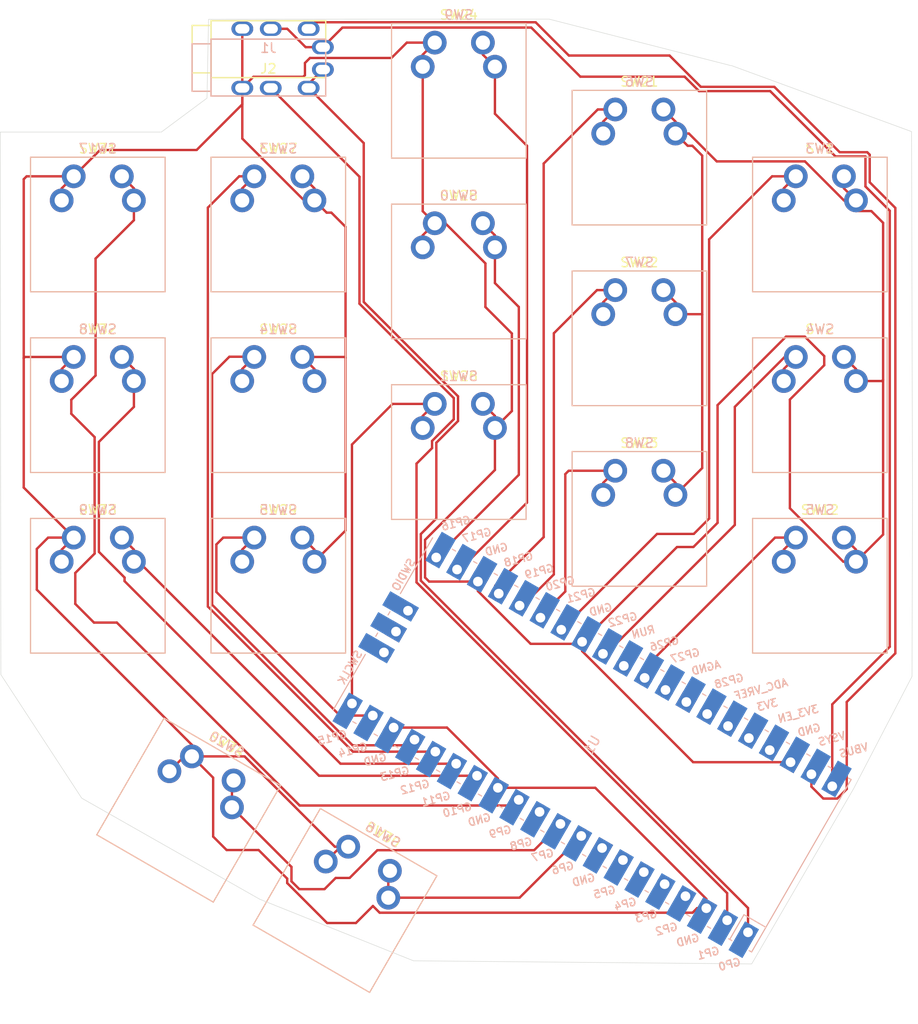
<source format=kicad_pcb>
(kicad_pcb (version 20221018) (generator pcbnew)
  (layers (0 "F.Cu" signal) (31 "B.Cu" signal) (34 "B.Paste" user) (35 "F.Paste" user) (36 "B.SilkS" user "B.Silkscreen") (37 "F.SilkS" user "F.Silkscreen") (38 "B.Mask" user) (39 "F.Mask" user) (44 "Edge.Cuts" user))
  (net 0 "")
  (net 1 "9")
  (net 2 "10")
  (net 3 "11")
  (net 4 "13")
  (net 5 "16")
  (net 6 "17")
  (net 7 "18")
  (net 8 "19")
  (net 9 "20")
  (net 10 "27")
  (net 11 "28")
  (net 12 "21")
  (net 13 "22")
  (net 14 "26")
  (net 15 "GND")
  (net 16 "3v3")
  (net 25 "0")
  (net 26 "1")
  (net 27 "3")
  (net 28 "4")
  (net 29 "6")
  (net 30 "7")
  (net 31 "8")
  (net 32 "5")
  (net 33 "2")
  (net 35 "15")
  (net 36 "14")
  (net 37 "12")
  (net 38 "VSYS")
  (footprint "ScottoKeebs_MX:MX_PCB_1.00u" (layer "F.Cu") (at 188.325 74.667944)
    (fp_text reference "SW2")
    (fp_text value "CherryMX")
  )
  (footprint "ScottoKeebs_MX:MX_PCB_1.00u" (layer "F.Cu") (at 121.714573 117.382511 -30)
    (fp_text reference "SW34")
    (fp_text value "CherryMX")
  )
  (footprint "ScottoKeebs_MX:MX_PCB_1.00u" (layer "F.Cu") (at 131.175 93.717944)
    (fp_text reference "SW29")
    (fp_text value "CherryMX")
  )
  (footprint "ScottoKeebs_MX:MX_PCB_1.00u" (layer "F.Cu") (at 150.225 79.617944)
    (fp_text reference "SW26")
    (fp_text value "CherryMX")
  )
  (footprint "ScottoKeebs_MX:MX_PCB_1.00u" (layer "F.Cu") (at 131.175 55.617944)
    (fp_text reference "SW27")
    (fp_text value "CherryMX")
  )
  (footprint "ScottoKeebs_MX:MX_PCB_1.00u" (layer "F.Cu") (at 169.275 67.617944)
    (fp_text reference "SW22")
    (fp_text value "CherryMX")
  )
  (footprint "ScottoKeebs_MX:MX_PCB_1.00u" (layer "F.Cu") (at 112.125 93.717944)
    (fp_text reference "SW33")
    (fp_text value "CherryMX")
  )
  (footprint "ScottoKeebs_MX:MX_PCB_1.00u" (layer "F.Cu") (at 131.175 74.667944)
    (fp_text reference "SW28")
    (fp_text value "CherryMX")
  )
  (footprint "ScottoKeebs_MX:MX_PCB_1.00u" (layer "F.Cu") (at 150.225 41.517944)
    (fp_text reference "SW24")
    (fp_text value "CherryMX")
  )
  (footprint "ScottoKeebs_MX:MX_PCB_1.00u" (layer "F.Cu") (at 169.275 86.667944)
    (fp_text reference "SW23")
    (fp_text value "CherryMX")
  )
  (footprint "ScottoKeebs_MX:MX_PCB_1.00u" (layer "F.Cu") (at 112.125 55.617944)
    (fp_text reference "SW31")
    (fp_text value "CherryMX")
  )
  (footprint "ScottoKeebs_MX:MX_PCB_1.00u" (layer "F.Cu") (at 112.125 74.667944)
    (fp_text reference "SW32")
    (fp_text value "CherryMX")
  )
  (footprint "ScottoKeebs_MX:MX_PCB_1.00u" (layer "F.Cu") (at 188.325 93.717944)
    (fp_text reference "SW12")
    (fp_text value "CherryMX")
  )
  (footprint "MJ-4PP-9:MJ-4PP-9" (layer "F.Cu") (at 130.13 37.08)
    (fp_text reference "J2")
    (fp_text value "MJ-4PP-9")
  )
  (footprint "ScottoKeebs_MX:MX_PCB_1.00u" (layer "F.Cu") (at 138.212357 126.907511 -30)
    (fp_text reference "SW30")
    (fp_text value "CherryMX")
  )
  (footprint "ScottoKeebs_MX:MX_PCB_1.00u" (layer "F.Cu") (at 150.225 60.567944)
    (fp_text reference "SW25")
    (fp_text value "CherryMX")
  )
  (footprint "ScottoKeebs_MX:MX_PCB_1.00u" (layer "F.Cu") (at 188.325 55.617944)
    (fp_text reference "SW1")
    (fp_text value "CherryMX")
  )
  (footprint "ScottoKeebs_MX:MX_PCB_1.00u" (layer "F.Cu") (at 169.275 48.567944)
    (fp_text reference "SW21")
    (fp_text value "CherryMX")
  )
  (footprint "MJ-4PP-9:MJ-4PP-9" (layer "B.Cu") (at 130.125 39.117944)
    (fp_text reference "J1")
    (fp_text value "MJ-4PP-9")
  )
  (footprint "ScottoKeebs_MX:MX_PCB_1.00u" (layer "B.Cu") (at 188.325 55.617944 180)
    (fp_text reference "SW3")
    (fp_text value "CherryMX")
  )
  (footprint "ScottoKeebs_MX:MX_PCB_1.00u" (layer "B.Cu") (at 188.325 74.667944 180)
    (fp_text reference "SW4")
    (fp_text value "CherryMX")
  )
  (footprint "ScottoKeebs_MX:MX_PCB_1.00u" (layer "B.Cu") (at 188.325 93.717944 180)
    (fp_text reference "SW5")
    (fp_text value "CherryMX")
  )
  (footprint "ScottoKeebs_MX:MX_PCB_1.00u" (layer "B.Cu") (at 169.275 48.567944 180)
    (fp_text reference "SW6")
    (fp_text value "CherryMX")
  )
  (footprint "ScottoKeebs_MX:MX_PCB_1.00u" (layer "B.Cu") (at 169.275 67.617944 180)
    (fp_text reference "SW7")
    (fp_text value "CherryMX")
  )
  (footprint "ScottoKeebs_MX:MX_PCB_1.00u" (layer "B.Cu") (at 169.275 86.667944 180)
    (fp_text reference "SW8")
    (fp_text value "CherryMX")
  )
  (footprint "ScottoKeebs_MX:MX_PCB_1.00u" (layer "B.Cu") (at 150.225 41.517944 180)
    (fp_text reference "SW9")
    (fp_text value "CherryMX")
  )
  (footprint "ScottoKeebs_MX:MX_PCB_1.00u" (layer "B.Cu") (at 150.225 60.567944 180)
    (fp_text reference "SW10")
    (fp_text value "CherryMX")
  )
  (footprint "ScottoKeebs_MX:MX_PCB_1.00u" (layer "B.Cu") (at 150.225 79.617944 180)
    (fp_text reference "SW11")
    (fp_text value "CherryMX")
  )
  (footprint "ScottoKeebs_MX:MX_PCB_1.00u" (layer "B.Cu") (at 131.175 55.617944 180)
    (fp_text reference "SW13")
    (fp_text value "CherryMX")
  )
  (footprint "ScottoKeebs_MX:MX_PCB_1.00u" (layer "B.Cu") (at 131.175 74.667944 180)
    (fp_text reference "SW14")
    (fp_text value "CherryMX")
  )
  (footprint "ScottoKeebs_MX:MX_PCB_1.00u" (layer "B.Cu") (at 131.175 93.717944 180)
    (fp_text reference "SW15")
    (fp_text value "CherryMX")
  )
  (footprint "ScottoKeebs_MX:MX_PCB_1.00u" (layer "B.Cu") (at 138.212357 126.907511 150)
    (fp_text reference "SW16")
    (fp_text value "CherryMX")
  )
  (footprint "ScottoKeebs_MX:MX_PCB_1.00u" (layer "B.Cu") (at 112.125 55.617944 180)
    (fp_text reference "SW17")
    (fp_text value "CherryMX")
  )
  (footprint "ScottoKeebs_MX:MX_PCB_1.00u" (layer "B.Cu") (at 112.125 74.667944 180)
    (fp_text reference "SW18")
    (fp_text value "CherryMX")
  )
  (footprint "ScottoKeebs_MX:MX_PCB_1.00u" (layer "B.Cu") (at 112.125 93.717944 180)
    (fp_text reference "SW19")
    (fp_text value "CherryMX")
  )
  (footprint "ScottoKeebs_MX:MX_PCB_1.00u" (layer "B.Cu") (at 121.714573 117.382511 150)
    (fp_text reference "SW20")
    (fp_text value "CherryMX")
  )
  (footprint "MCU_RaspberryPi_and_Boards:RPi_Pico_SMD_TH" (layer "B.Cu") (at 164.29 110.5 60)
    (fp_text reference "U1")
    (fp_text value "Pico")
  )
  (gr_poly (pts (xy 198 45.82) (xy 179 38.86) (xy 178.93 38.86) (xy 159.76 33.962944) (xy 140.76 33.962944) (xy 123.81 33.98) (xy 123.65 42.292944) (xy 118.83 45.872944) (xy 101.83 45.872944) (xy 101.9 103.092944) (xy 110.43 116.12) (xy 129.22 126.78) (xy 145.44 133.27) (xy 181.13 133.6) (xy 191.9 115.092944) (xy 198.05 103.28) (xy 198.1 84.36)) (stroke (width 0.05)) (fill none) (layer "Edge.Cuts"))
  (segment (start 109.75 92.366396) (end 111.79 90.326396) (width 0.25) (layer "F.Cu") (net 1))
  (segment (start 115.935 55.166701) (end 115.935 53.077944) (width 0.25) (layer "F.Cu") (net 1))
  (segment (start 111.89 59.211701) (end 115.935 55.166701) (width 0.25) (layer "F.Cu") (net 1))
  (segment (start 109.33 75.58) (end 109.33 74.104187) (width 0.25) (layer "F.Cu") (net 1))
  (segment (start 111.72 97.6) (end 109.75 95.63) (width 0.25) (layer "F.Cu") (net 1))
  (segment (start 111.79 90.326396) (end 111.79 78.04) (width 0.25) (layer "F.Cu") (net 1))
  (segment (start 115.935 53.077944) (end 115.935 51.807944) (width 0.25) (layer "F.Cu") (net 1))
  (segment (start 115.935 51.807944) (end 114.665 50.537944) (width 0.25) (layer "F.Cu") (net 1))
  (segment (start 155.946875 116.892534) (end 133.428776 116.892534) (width 0.25) (layer "F.Cu") (net 1))
  (segment (start 109.75 95.63) (end 109.75 92.366396) (width 0.25) (layer "F.Cu") (net 1))
  (segment (start 133.428776 116.892534) (end 114.136242 97.6) (width 0.25) (layer "F.Cu") (net 1))
  (segment (start 111.79 78.04) (end 109.33 75.58) (width 0.25) (layer "F.Cu") (net 1))
  (segment (start 109.33 74.104187) (end 111.89 71.544187) (width 0.25) (layer "F.Cu") (net 1))
  (segment (start 111.89 71.544187) (end 111.89 59.211701) (width 0.25) (layer "F.Cu") (net 1))
  (segment (start 114.136242 97.6) (end 111.72 97.6) (width 0.25) (layer "F.Cu") (net 1))
  (segment (start 156.545443 116.293966) (end 155.946875 116.892534) (width 0.25) (layer "F.Cu") (net 1))
  (segment (start 112.24 90.14) (end 112.24 78.548097) (width 0.25) (layer "F.Cu") (net 2))
  (segment (start 115.935 72.127944) (end 115.935 70.857944) (width 0.25) (layer "F.Cu") (net 2))
  (segment (start 115.935 74.853097) (end 115.935 72.127944) (width 0.25) (layer "F.Cu") (net 2))
  (segment (start 114.95 92.85) (end 112.24 90.14) (width 0.25) (layer "F.Cu") (net 2))
  (segment (start 114.95 93.230711) (end 114.95 92.85) (width 0.25) (layer "F.Cu") (net 2))
  (segment (start 112.24 78.548097) (end 115.935 74.853097) (width 0.25) (layer "F.Cu") (net 2))
  (segment (start 115.935 70.857944) (end 114.665 69.587944) (width 0.25) (layer "F.Cu") (net 2))
  (segment (start 152.146034 113.753966) (end 135.473255 113.753966) (width 0.25) (layer "F.Cu") (net 2))
  (segment (start 135.473255 113.753966) (end 114.95 93.230711) (width 0.25) (layer "F.Cu") (net 2))
  (segment (start 116.432767 91.177944) (end 115.935 91.177944) (width 0.25) (layer "F.Cu") (net 3))
  (segment (start 137.738789 112.483966) (end 116.432767 91.177944) (width 0.25) (layer "F.Cu") (net 3))
  (segment (start 115.935 91.177944) (end 115.935 89.907944) (width 0.25) (layer "F.Cu") (net 3))
  (segment (start 115.935 89.907944) (end 114.665 88.637944) (width 0.25) (layer "F.Cu") (net 3))
  (segment (start 149.94633 112.483966) (end 137.738789 112.483966) (width 0.25) (layer "F.Cu") (net 3))
  (segment (start 124.19 71.382944) (end 126.01 69.562944) (width 0.25) (layer "F.Cu") (net 4))
  (segment (start 127.365 72.127944) (end 127.365 70.857944) (width 0.25) (layer "F.Cu") (net 4))
  (segment (start 145.546921 109.943966) (end 144.948353 110.542534) (width 0.25) (layer "F.Cu") (net 4))
  (segment (start 127.365 70.857944) (end 128.635 69.587944) (width 0.25) (layer "F.Cu") (net 4))
  (segment (start 128.61 69.562944) (end 128.635 69.587944) (width 0.25) (layer "F.Cu") (net 4))
  (segment (start 139.012534 110.542534) (end 124.19 95.72) (width 0.25) (layer "F.Cu") (net 4))
  (segment (start 126.01 69.562944) (end 128.61 69.562944) (width 0.25) (layer "F.Cu") (net 4))
  (segment (start 124.19 95.72) (end 124.19 71.382944) (width 0.25) (layer "F.Cu") (net 4))
  (segment (start 144.948353 110.542534) (end 139.012534 110.542534) (width 0.25) (layer "F.Cu") (net 4))
  (segment (start 147.837807 90.736034) (end 156.555 82.018841) (width 0.25) (layer "F.Cu") (net 5))
  (segment (start 154.035 58.027944) (end 154.035 56.757944) (width 0.25) (layer "F.Cu") (net 5))
  (segment (start 154.035 56.757944) (end 152.765 55.487944) (width 0.25) (layer "F.Cu") (net 5))
  (segment (start 154.035 61.795) (end 154.035 58.027944) (width 0.25) (layer "F.Cu") (net 5))
  (segment (start 156.555 82.018841) (end 156.555 64.315) (width 0.25) (layer "F.Cu") (net 5))
  (segment (start 156.555 64.315) (end 154.035 61.795) (width 0.25) (layer "F.Cu") (net 5))
  (segment (start 157.42 84.944486) (end 157.42 47.321701) (width 0.25) (layer "F.Cu") (net 6))
  (segment (start 154.035 38.977944) (end 152.765 37.707944) (width 0.25) (layer "F.Cu") (net 6))
  (segment (start 152.765 37.707944) (end 152.765 36.887944) (width 0.25) (layer "F.Cu") (net 6))
  (segment (start 150.358452 92.006034) (end 157.42 84.944486) (width 0.25) (layer "F.Cu") (net 6))
  (segment (start 154.035 43.936701) (end 154.035 38.977944) (width 0.25) (layer "F.Cu") (net 6))
  (segment (start 150.037512 92.006034) (end 150.358452 92.006034) (width 0.25) (layer "F.Cu") (net 6))
  (segment (start 157.42 47.321701) (end 154.035 43.936701) (width 0.25) (layer "F.Cu") (net 6))
  (segment (start 154.07 93.696053) (end 159.18 88.586053) (width 0.25) (layer "F.Cu") (net 7))
  (segment (start 164.885 43.487944) (end 166.735 43.487944) (width 0.25) (layer "F.Cu") (net 7))
  (segment (start 154.07 94.179113) (end 154.07 93.696053) (width 0.25) (layer "F.Cu") (net 7))
  (segment (start 159.18 88.586053) (end 159.18 49.192944) (width 0.25) (layer "F.Cu") (net 7))
  (segment (start 154.436921 94.546034) (end 154.07 94.179113) (width 0.25) (layer "F.Cu") (net 7))
  (segment (start 159.18 49.192944) (end 164.885 43.487944) (width 0.25) (layer "F.Cu") (net 7))
  (segment (start 165.465 46.027944) (end 165.465 44.757944) (width 0.25) (layer "F.Cu") (net 7))
  (segment (start 165.465 44.757944) (end 166.735 43.487944) (width 0.25) (layer "F.Cu") (net 7))
  (segment (start 165.465 63.807944) (end 166.735 62.537944) (width 0.25) (layer "F.Cu") (net 8))
  (segment (start 156.957565 95.816034) (end 160.25 92.523599) (width 0.25) (layer "F.Cu") (net 8))
  (segment (start 160.25 92.523599) (end 160.25 67.092944) (width 0.25) (layer "F.Cu") (net 8))
  (segment (start 165.465 65.077944) (end 165.465 63.807944) (width 0.25) (layer "F.Cu") (net 8))
  (segment (start 164.805 62.537944) (end 166.735 62.537944) (width 0.25) (layer "F.Cu") (net 8))
  (segment (start 160.25 67.092944) (end 164.805 62.537944) (width 0.25) (layer "F.Cu") (net 8))
  (segment (start 156.636625 95.816034) (end 156.957565 95.816034) (width 0.25) (layer "F.Cu") (net 8))
  (segment (start 158.83633 97.086034) (end 158.83633 96.94367) (width 0.25) (layer "F.Cu") (net 9))
  (segment (start 165.465 82.857944) (end 166.735 81.587944) (width 0.25) (layer "F.Cu") (net 9))
  (segment (start 165.465 84.127944) (end 165.465 82.857944) (width 0.25) (layer "F.Cu") (net 9))
  (segment (start 161.46 94.32) (end 161.46 81.942944) (width 0.25) (layer "F.Cu") (net 9))
  (segment (start 161.815 81.587944) (end 166.735 81.587944) (width 0.25) (layer "F.Cu") (net 9))
  (segment (start 161.46 81.942944) (end 161.815 81.587944) (width 0.25) (layer "F.Cu") (net 9))
  (segment (start 158.83633 96.94367) (end 161.46 94.32) (width 0.25) (layer "F.Cu") (net 9))
  (segment (start 176.64 86.63) (end 176.64 57.182944) (width 0.25) (layer "F.Cu") (net 12))
  (segment (start 184.515 53.077944) (end 184.515 51.807944) (width 0.25) (layer "F.Cu") (net 12))
  (segment (start 176.64 57.182944) (end 183.285 50.537944) (width 0.25) (layer "F.Cu") (net 12))
  (segment (start 184.515 51.807944) (end 185.785 50.537944) (width 0.25) (layer "F.Cu") (net 12))
  (segment (start 161.036034 98.356034) (end 171.142068 88.25) (width 0.25) (layer "F.Cu") (net 12))
  (segment (start 183.285 50.537944) (end 185.785 50.537944) (width 0.25) (layer "F.Cu") (net 12))
  (segment (start 171.142068 88.25) (end 175.02 88.25) (width 0.25) (layer "F.Cu") (net 12))
  (segment (start 175.02 88.25) (end 176.64 86.63) (width 0.25) (layer "F.Cu") (net 12))
  (segment (start 184.515 72.127944) (end 184.515 70.857944) (width 0.25) (layer "F.Cu") (net 13))
  (segment (start 184.515 70.857944) (end 185.785 69.587944) (width 0.25) (layer "F.Cu") (net 13))
  (segment (start 165.756383 100.896034) (end 165.435443 100.896034) (width 0.25) (layer "F.Cu") (net 13))
  (segment (start 184.612056 69.587944) (end 179.35 74.85) (width 0.25) (layer "F.Cu") (net 13))
  (segment (start 179.35 87.302417) (end 165.756383 100.896034) (width 0.25) (layer "F.Cu") (net 13))
  (segment (start 185.785 69.587944) (end 184.612056 69.587944) (width 0.25) (layer "F.Cu") (net 13))
  (segment (start 179.35 74.85) (end 179.35 87.302417) (width 0.25) (layer "F.Cu") (net 13))
  (segment (start 169.834852 102.398092) (end 169.834852 103.436034) (width 0.25) (layer "F.Cu") (net 14))
  (segment (start 184.515 91.177944) (end 184.515 89.907944) (width 0.25) (layer "F.Cu") (net 14))
  (segment (start 185.785 88.637944) (end 183.595 88.637944) (width 0.25) (layer "F.Cu") (net 14))
  (segment (start 183.595 88.637944) (end 169.834852 102.398092) (width 0.25) (layer "F.Cu") (net 14))
  (segment (start 184.515 89.907944) (end 185.785 88.637944) (width 0.25) (layer "F.Cu") (net 14))
  (segment (start 108.315 89.907944) (end 109.585 88.637944) (width 0.25) (layer "F.Cu") (net 15))
  (segment (start 163.253966 99.626034) (end 163.235739 99.626034) (width 0.25) (layer "F.Cu") (net 15))
  (segment (start 128.55 40.042944) (end 133.812789 40.042944) (width 0.25) (layer "F.Cu") (net 15))
  (segment (start 129.099846 121.59) (end 125.72 121.59) (width 0.25) (layer "F.Cu") (net 15))
  (segment (start 192.135 91.177944) (end 192.135 89.907944) (width 0.25) (layer "F.Cu") (net 15))
  (segment (start 173.085 46.027944) (end 173.085 44.757944) (width 0.25) (layer "F.Cu") (net 15))
  (segment (start 108.315 53.077944) (end 108.315 51.807944) (width 0.25) (layer "F.Cu") (net 15))
  (segment (start 190.865 53.077944) (end 192.135 53.077944) (width 0.25) (layer "F.Cu") (net 15))
  (segment (start 163.235739 99.626034) (end 163.019618 99.842155) (width 0.25) (layer "F.Cu") (net 15))
  (segment (start 104.31 83.362944) (end 109.585 88.637944) (width 0.25) (layer "F.Cu") (net 15))
  (segment (start 188.785 70.457944) (end 188.785 69.495) (width 0.25) (layer "F.Cu") (net 15))
  (segment (start 106.885 88.637944) (end 105.69 89.832944) (width 0.25) (layer "F.Cu") (net 15))
  (segment (start 154.035 81.505) (end 146.662807 88.877193) (width 0.25) (layer "F.Cu") (net 15))
  (segment (start 121.24972 111.713102) (end 122.054868 111.713102) (width 0.25) (layer "F.Cu") (net 15))
  (segment (start 175.865 65.077944) (end 175.91 65.122944) (width 0.25) (layer "F.Cu") (net 15))
  (segment (start 190.865 50.537944) (end 190.865 51.807944) (width 0.25) (layer "F.Cu") (net 15))
  (segment (start 134.985 70.857944) (end 133.715 69.587944) (width 0.25) (layer "F.Cu") (net 15))
  (segment (start 154.035 77.077944) (end 154.035 75.807944) (width 0.25) (layer "F.Cu") (net 15))
  (segment (start 173.085 65.077944) (end 173.085 63.807944) (width 0.25) (layer "F.Cu") (net 15))
  (segment (start 119.685016 113.277806) (end 121.24972 111.713102) (width 0.25) (layer "F.Cu") (net 15))
  (segment (start 176.342784 127.723966) (end 175.361288 127.723966) (width 0.25) (layer "F.Cu") (net 15))
  (segment (start 154.035 77.077944) (end 154.035 81.505) (width 0.25) (layer "F.Cu") (net 15))
  (segment (start 146.662807 88.877193) (end 146.662807 92.846411) (width 0.25) (layer "F.Cu") (net 15))
  (segment (start 146.415 58.027944) (end 146.415 56.757944) (width 0.25) (layer "F.Cu") (net 15))
  (segment (start 195 72.002944) (end 195 88.312944) (width 0.25) (layer "F.Cu") (net 15))
  (segment (start 105.69 94.130711) (end 122.054868 110.495579) (width 0.25) (layer "F.Cu") (net 15))
  (segment (start 104.425 69.587944) (end 104.31 69.702944) (width 0.25) (layer "F.Cu") (net 15))
  (segment (start 134.985 53.077944) (end 136.275 54.367944) (width 0.25) (layer "F.Cu") (net 15))
  (segment (start 134.985 51.807944) (end 133.715 50.537944) (width 0.25) (layer "F.Cu") (net 15))
  (segment (start 133.985965 38.586119) (end 134.515965 38.056119) (width 0.25) (layer "F.Cu") (net 15))
  (segment (start 146.662807 92.846411) (end 147.09243 93.276034) (width 0.25) (layer "F.Cu") (net 15))
  (segment (start 173.085 63.807944) (end 171.815 62.537944) (width 0.25) (layer "F.Cu") (net 15))
  (segment (start 146.415 56.757944) (end 147.685 55.487944) (width 0.25) (layer "F.Cu") (net 15))
  (segment (start 109.585 50.537944) (end 104.615 50.537944) (width 0.25) (layer "F.Cu") (net 15))
  (segment (start 133.895 53.077944) (end 127.375 46.557944) (width 0.25) (layer "F.Cu") (net 15))
  (segment (start 163.235739 100.60753) (end 163.235739 99.626034) (width 0.25) (layer "F.Cu") (net 15))
  (segment (start 193.757767 54.202944) (end 195 55.445177) (width 0.25) (layer "F.Cu") (net 15))
  (segment (start 173.25 89.63) (end 163.253966 99.626034) (width 0.25) (layer "F.Cu") (net 15))
  (segment (start 109.585 88.637944) (end 106.885 88.637944) (width 0.25) (layer "F.Cu") (net 15))
  (segment (start 127.375 41.217944) (end 127.375 42.943858) (width 0.25) (layer "F.Cu") (net 15))
  (segment (start 138.27 87.892944) (end 134.985 91.177944) (width 0.25) (layer "F.Cu") (net 15))
  (segment (start 154.345739 115.023966) (end 154.345739 114.04247) (width 0.25) (layer "F.Cu") (net 15))
  (segment (start 108.315 91.177944) (end 108.315 89.907944) (width 0.25) (layer "F.Cu") (net 15))
  (segment (start 163.019618 99.842155) (end 157.801179 99.842155) (width 0.25) (layer "F.Cu") (net 15))
  (segment (start 186.73 67.44) (end 184.756548 67.44) (width 0.25) (layer "F.Cu") (net 15))
  (segment (start 155.82 75.292944) (end 155.82 67.11) (width 0.25) (layer "F.Cu") (net 15))
  (segment (start 127.612948 111.713102) (end 122.054868 111.713102) (width 0.25) (layer "F.Cu") (net 15))
  (segment (start 136.1828 122.802806) (end 137.747504 121.238102) (width 0.25) (layer "F.Cu") (net 15))
  (segment (start 143.116825 38.056119) (end 144.735 36.437944) (width 0.25) (layer "F.Cu") (net 15))
  (segment (start 112.36 47.762944) (end 109.585 50.537944) (width 0.25) (layer "F.Cu") (net 15))
  (segment (start 184.756548 67.44) (end 177.53 74.666548) (width 0.25) (layer "F.Cu") (net 15))
  (segment (start 192.135 54.202944) (end 193.757767 54.202944) (width 0.25) (layer "F.Cu") (net 15))
  (segment (start 104.615 50.537944) (end 104.31 50.842944) (width 0.25) (layer "F.Cu") (net 15))
  (segment (start 174.375 47.317944) (end 174.872767 47.317944) (width 0.25) (layer "F.Cu") (net 15))
  (segment (start 173.085 65.077944) (end 175.865 65.077944) (width 0.25) (layer "F.Cu") (net 15))
  (segment (start 125.72 121.59) (end 124.3 120.17) (width 0.25) (layer "F.Cu") (net 15))
  (segment (start 134.985 53.077944) (end 134.985 51.807944) (width 0.25) (layer "F.Cu") (net 15))
  (segment (start 175.361288 127.723966) (end 174.887743 128.197511) (width 0.25) (layer "F.Cu") (net 15))
  (segment (start 195 88.312944) (end 192.135 91.177944) (width 0.25) (layer "F.Cu") (net 15))
  (segment (start 148.977235 108.673966) (end 143.347216 108.673966) (width 0.25) (layer "F.Cu") (net 15))
  (segment (start 104.31 69.702944) (end 104.31 83.362944) (width 0.25) (layer "F.Cu") (net 15))
  (segment (start 190.865 51.807944) (end 192.135 53.077944) (width 0.25) (layer "F.Cu") (net 15))
  (segment (start 136.772767 54.367944) (end 138.27 55.865177) (width 0.25) (layer "F.Cu") (net 15))
  (segment (start 146.415 37.707944) (end 146.415 54.217944) (width 0.25) (layer "F.Cu") (net 15))
  (segment (start 192.135 89.907944) (end 190.865 88.637944) (width 0.25) (layer "F.Cu") (net 15))
  (segment (start 185.232784 112.326034) (end 174.954243 112.326034) (width 0.25) (layer "F.Cu") (net 15))
  (segment (start 147.685 36.437944) (end 146.415 37.707944) (width 0.25) (layer "F.Cu") (net 15))
  (segment (start 164.62428 115.023966) (end 154.345739 115.023966) (width 0.25) (layer "F.Cu") (net 15))
  (segment (start 136.323785 129.282511) (end 132.112948 125.071674) (width 0.25) (layer "F.Cu") (net 15))
  (segment (start 134.985 72.127944) (end 134.985 70.857944) (width 0.25) (layer "F.Cu") (net 15))
  (segment (start 109.585 69.587944) (end 104.425 69.587944) (width 0.25) (layer "F.Cu") (net 15))
  (segment (start 175.91 81.302944) (end 173.085 84.127944) (width 0.25) (layer "F.Cu") (net 15))
  (segment (start 127.375 42.943858) (end 122.555914 47.762944) (width 0.25) (layer "F.Cu") (net 15))
  (segment (start 174.872767 47.317944) (end 175.91 48.355177) (width 0.25) (layer "F.Cu") (net 15))
  (segment (start 174.887743 128.197511) (end 141.867511 128.197511) (width 0.25) (layer "F.Cu") (net 15))
  (segment (start 188.785 69.495) (end 186.73 67.44) (width 0.25) (layer "F.Cu") (net 15))
  (segment (start 173.085 84.127944) (end 173.085 82.857944) (width 0.25) (layer "F.Cu") (net 15))
  (segment (start 124.3 120.17) (end 124.3 113.958234) (width 0.25) (layer "F.Cu") (net 15))
  (segment (start 139.367489 129.282511) (end 136.323785 129.282511) (width 0.25) (layer "F.Cu") (net 15))
  (segment (start 133.985965 39.869768) (end 133.985965 38.586119) (width 0.25) (layer "F.Cu") (net 15))
  (segment (start 177.53 87.08) (end 174.98 89.63) (width 0.25) (layer "F.Cu") (net 15))
  (segment (start 127.375 41.217944) (end 127.375 34.985) (width 0.25) (layer "F.Cu") (net 15))
  (segment (start 138.552652 121.238102) (end 137.137948 121.238102) (width 0.25) (layer "F.Cu") (net 15))
  (segment (start 144.735 36.437944) (end 147.685 36.437944) (width 0.25) (layer "F.Cu") (net 15))
  (segment (start 141.16 127.49) (end 139.367489 129.282511) (width 0.25) (layer "F.Cu") (net 15))
  (segment (start 176.342784 126.74247) (end 164.62428 115.023966) (width 0.25) (layer "F.Cu") (net 15))
  (segment (start 192.135 72.127944) (end 192.135 70.857944) (width 0.25) (layer "F.Cu") (net 15))
  (segment (start 177.44 48.962944) (end 186.75 48.962944) (width 0.25) (layer "F.Cu") (net 15))
  (segment (start 192.135 72.127944) (end 194.875 72.127944) (width 0.25) (layer "F.Cu") (net 15))
  (segment (start 141.867511 128.197511) (end 141.16 127.49) (width 0.25) (layer "F.Cu") (net 15))
  (segment (start 185.16066 74.082284) (end 188.785 70.457944) (width 0.25) (layer "F.Cu") (net 15))
  (segment (start 133.715 69.587944) (end 138.185 69.587944) (width 0.25) (layer "F.Cu") (net 15))
  (segment (start 153.03 64.32) (end 153.03 59.72) (width 0.25) (layer "F.Cu") (net 15))
  (segment (start 127.375 41.217944) (end 128.55 40.042944) (width 0.25) (layer "F.Cu") (net 15))
  (segment (start 108.315 51.807944) (end 109.585 50.537944) (width 0.25) (layer "F.Cu") (net 15))
  (segment (start 195 55.445177) (end 195 72.002944) (width 0.25) (layer "F.Cu") (net 15))
  (segment (start 138.27 55.865177) (end 138.27 69.672944) (width 0.25) (layer "F.Cu") (net 15))
  (segment (start 190.795 91.177944) (end 185.16066 85.543604) (width 0.25) (layer "F.Cu") (net 15))
  (segment (start 124.3 113.958234) (end 122.054868 111.713102) (width 0.25) (layer "F.Cu") (net 15))
  (segment (start 134.515965 38.056119) (end 143.116825 38.056119) (width 0.25) (layer "F.Cu") (net 15))
  (segment (start 134.985 89.907944) (end 133.715 88.637944) (width 0.25) (layer "F.Cu") (net 15))
  (segment (start 137.747504 121.238102) (end 138.552652 121.238102) (width 0.25) (layer "F.Cu") (net 15))
  (segment (start 192.135 53.077944) (end 192.135 54.202944) (width 0.25) (layer "F.Cu") (net 15))
  (segment (start 147.09243 93.276034) (end 152.237216 93.276034) (width 0.25) (layer "F.Cu") (net 15))
  (segment (start 153.03 59.72) (end 148.797944 55.487944) (width 0.25) (layer "F.Cu") (net 15))
  (segment (start 138.27 69.672944) (end 138.27 87.892944) (width 0.25) (layer "F.Cu") (net 15))
  (segment (start 132.112948 124.603102) (end 129.099846 121.59) (width 0.25) (layer "F.Cu") (net 15))
  (segment (start 157.801179 99.842155) (end 152.237216 94.278192) (width 0.25) (layer "F.Cu") (net 15))
  (segment (start 192.135 91.177944) (end 190.795 91.177944) (width 0.25) (layer "F.Cu") (net 15))
  (segment (start 154.035 77.077944) (end 155.82 75.292944) (width 0.25) (layer "F.Cu") (net 15))
  (segment (start 154.345739 114.04247) (end 148.977235 108.673966) (width 0.25) (layer "F.Cu") (net 15))
  (segment (start 185.16066 85.543604) (end 185.16066 74.082284) (width 0.25) (layer "F.Cu") (net 15))
  (segment (start 148.797944 55.487944) (end 147.685 55.487944) (width 0.25) (layer "F.Cu") (net 15))
  (segment (start 127.375 34.985) (end 127.38 34.98) (width 0.25) (layer "F.Cu") (net 15))
  (segment (start 136.275 54.367944) (end 136.772767 54.367944) (width 0.25) (layer "F.Cu") (net 15))
  (segment (start 174.954243 112.326034) (end 163.235739 100.60753) (width 0.25) (layer "F.Cu") (net 15))
  (segment (start 174.505 46.027944) (end 177.44 48.962944) (width 0.25) (layer "F.Cu") (net 15))
  (segment (start 122.555914 47.762944) (end 112.36 47.762944) (width 0.25) (layer "F.Cu") (net 15))
  (segment (start 194.875 72.127944) (end 195 72.002944) (width 0.25) (layer "F.Cu") (net 15))
  (segment (start 134.985 53.077944) (end 133.895 53.077944) (width 0.25) (layer "F.Cu") (net 15))
  (segment (start 175.91 48.355177) (end 175.91 65.122944) (width 0.25) (layer "F.Cu") (net 15))
  (segment (start 152.237216 94.278192) (end 152.237216 93.276034) (width 0.25) (layer "F.Cu") (net 15))
  (segment (start 146.415 54.217944) (end 147.685 55.487944) (width 0.25) (layer "F.Cu") (net 15))
  (segment (start 122.054868 110.495579) (end 122.054868 111.713102) (width 0.25) (layer "F.Cu") (net 15))
  (segment (start 108.315 72.127944) (end 108.315 70.857944) (width 0.25) (layer "F.Cu") (net 15))
  (segment (start 105.69 89.832944) (end 105.69 94.130711) (width 0.25) (layer "F.Cu") (net 15))
  (segment (start 174.98 89.63) (end 173.25 89.63) (width 0.25) (layer "F.Cu") (net 15))
  (segment (start 104.31 50.842944) (end 104.31 69.702944) (width 0.25) (layer "F.Cu") (net 15))
  (segment (start 132.112948 125.071674) (end 132.112948 124.603102) (width 0.25) (layer "F.Cu") (net 15))
  (segment (start 177.53 74.666548) (end 177.53 87.08) (width 0.25) (layer "F.Cu") (net 15))
  (segment (start 173.085 46.027944) (end 174.505 46.027944) (width 0.25) (layer "F.Cu") (net 15))
  (segment (start 173.085 44.757944) (end 171.815 43.487944) (width 0.25) (layer "F.Cu") (net 15))
  (segment (start 154.035 75.807944) (end 152.765 74.537944) (width 0.25) (layer "F.Cu") (net 15))
  (segment (start 127.375 46.557944) (end 127.375 41.217944) (width 0.25) (layer "F.Cu") (net 15))
  (segment (start 176.342784 127.723966) (end 176.342784 126.74247) (width 0.25) (layer "F.Cu") (net 15))
  (segment (start 137.137948 121.238102) (end 127.612948 111.713102) (width 0.25) (layer "F.Cu") (net 15))
  (segment (start 134.985 91.177944) (end 134.985 89.907944) (width 0.25) (layer "F.Cu") (net 15))
  (segment (start 108.315 70.857944) (end 109.585 69.587944) (width 0.25) (layer "F.Cu") (net 15))
  (segment (start 186.75 48.962944) (end 190.865 53.077944) (width 0.25) (layer "F.Cu") (net 15))
  (segment (start 133.812789 40.042944) (end 133.985965 39.869768) (width 0.25) (layer "F.Cu") (net 15))
  (segment (start 173.085 82.857944) (end 171.815 81.587944) (width 0.25) (layer "F.Cu") (net 15))
  (segment (start 138.185 69.587944) (end 138.27 69.672944) (width 0.25) (layer "F.Cu") (net 15))
  (segment (start 175.91 65.122944) (end 175.91 81.302944) (width 0.25) (layer "F.Cu") (net 15))
  (segment (start 192.135 70.857944) (end 190.865 69.587944) (width 0.25) (layer "F.Cu") (net 15))
  (segment (start 155.82 67.11) (end 153.03 64.32) (width 0.25) (layer "F.Cu") (net 15))
  (segment (start 173.085 46.027944) (end 174.375 47.317944) (width 0.25) (layer "F.Cu") (net 15))
  (segment (start 157.867056 34.85) (end 137.942944 34.85) (width 0.25) (layer "F.Cu") (net 16))
  (segment (start 175.573604 41.55) (end 174.053604 40.03) (width 0.25) (layer "F.Cu") (net 16))
  (segment (start 193.135965 51.605965) (end 193.135965 48.446119) (width 0.25) (layer "F.Cu") (net 16))
  (segment (start 130.38 34.98) (end 132.12 34.98) (width 0.25) (layer "F.Cu") (net 16))
  (segment (start 195.7 100.153604) (end 195.7 54.17) (width 0.25) (layer "F.Cu") (net 16))
  (segment (start 189.976119 48.446119) (end 183.08 41.55) (width 0.25) (layer "F.Cu") (net 16))
  (segment (start 193.135965 48.446119) (end 189.976119 48.446119) (width 0.25) (layer "F.Cu") (net 16))
  (segment (start 163.047056 40.03) (end 157.867056 34.85) (width 0.25) (layer "F.Cu") (net 16))
  (segment (start 195.7 54.17) (end 193.135965 51.605965) (width 0.25) (layer "F.Cu") (net 16))
  (segment (start 189.632193 106.221411) (end 195.7 100.153604) (width 0.25) (layer "F.Cu") (net 16))
  (segment (start 189.632193 114.866034) (end 189.632193 106.221411) (width 0.25) (layer "F.Cu") (net 16))
  (segment (start 183.08 41.55) (end 175.573604 41.55) (width 0.25) (layer "F.Cu") (net 16))
  (segment (start 174.053604 40.03) (end 163.047056 40.03) (width 0.25) (layer "F.Cu") (net 16))
  (segment (start 134.057944 36.917944) (end 135.875 36.917944) (width 0.25) (layer "F.Cu") (net 16))
  (segment (start 132.12 34.98) (end 134.057944 36.917944) (width 0.25) (layer "F.Cu") (net 16))
  (segment (start 137.942944 34.85) (end 135.875 36.917944) (width 0.25) (layer "F.Cu") (net 16))
  (segment (start 134.375 41.217944) (end 140.19 47.032944) (width 0.25) (layer "F.Cu") (net 25))
  (segment (start 150.14 73.736548) (end 150.14 76.344187) (width 0.25) (layer "F.Cu") (net 25))
  (segment (start 140.19 63.786548) (end 150.14 73.736548) (width 0.25) (layer "F.Cu") (net 25))
  (segment (start 134.375 40.785) (end 134.375 41.217944) (width 0.25) (layer "F.Cu") (net 25))
  (segment (start 147.85 78.634187) (end 147.85 86.63) (width 0.25) (layer "F.Cu") (net 25))
  (segment (start 146.212807 88.267193) (end 146.212807 93.172807) (width 0.25) (layer "F.Cu") (net 25))
  (segment (start 135.88 39.28) (end 134.375 40.785) (width 0.25) (layer "F.Cu") (net 25))
  (segment (start 150.14 76.344187) (end 147.85 78.634187) (width 0.25) (layer "F.Cu") (net 25))
  (segment (start 147.85 86.63) (end 146.212807 88.267193) (width 0.25) (layer "F.Cu") (net 25))
  (segment (start 180.742193 127.702193) (end 180.742193 130.263966) (width 0.25) (layer "F.Cu") (net 25))
  (segment (start 146.212807 93.172807) (end 180.742193 127.702193) (width 0.25) (layer "F.Cu") (net 25))
  (segment (start 140.19 47.032944) (end 140.19 63.786548) (width 0.25) (layer "F.Cu") (net 25))
  (segment (start 178.542488 128.993966) (end 178.542488 126.138884) (width 0.25) (layer "F.Cu") (net 26))
  (segment (start 149.69 76.157791) (end 149.69 73.922944) (width 0.25) (layer "F.Cu") (net 26))
  (segment (start 178.542488 126.138884) (end 145.76 93.356396) (width 0.25) (layer "F.Cu") (net 26))
  (segment (start 139.74 50.582944) (end 130.375 41.217944) (width 0.25) (layer "F.Cu") (net 26))
  (segment (start 149.69 73.922944) (end 139.74 63.972944) (width 0.25) (layer "F.Cu") (net 26))
  (segment (start 147.4 78.447791) (end 149.69 76.157791) (width 0.25) (layer "F.Cu") (net 26))
  (segment (start 147.4 79.2) (end 147.4 78.447791) (width 0.25) (layer "F.Cu") (net 26))
  (segment (start 145.76 93.356396) (end 145.76 80.84) (width 0.25) (layer "F.Cu") (net 26))
  (segment (start 145.76 80.84) (end 147.4 79.2) (width 0.25) (layer "F.Cu") (net 26))
  (segment (start 139.74 63.972944) (end 139.74 50.582944) (width 0.25) (layer "F.Cu") (net 26))
  (segment (start 142.781914 123.94825) (end 142.952062 123.778102) (width 0.25) (layer "F.Cu") (net 29))
  (segment (start 142.781914 126.612806) (end 156.635717 126.612806) (width 0.25) (layer "F.Cu") (net 29))
  (segment (start 156.635717 126.612806) (end 163.144557 120.103966) (width 0.25) (layer "F.Cu") (net 29))
  (segment (start 142.781914 126.612806) (end 142.781914 123.94825) (width 0.25) (layer "F.Cu") (net 29))
  (segment (start 141.625965 121.606119) (end 158.172699 121.606119) (width 0.25) (layer "F.Cu") (net 30))
  (segment (start 133.393302 125.715632) (end 136.045479 125.715632) (width 0.25) (layer "F.Cu") (net 30))
  (segment (start 136.045479 125.715632) (end 137.2286 124.532511) (width 0.25) (layer "F.Cu") (net 30))
  (segment (start 137.2286 124.532511) (end 138.699573 124.532511) (width 0.25) (layer "F.Cu") (net 30))
  (segment (start 132.562948 124.885278) (end 133.393302 125.715632) (width 0.25) (layer "F.Cu") (net 30))
  (segment (start 126.28413 117.087806) (end 126.28413 114.42325) (width 0.25) (layer "F.Cu") (net 30))
  (segment (start 132.562948 123.366624) (end 132.562948 124.885278) (width 0.25) (layer "F.Cu") (net 30))
  (segment (start 126.28413 114.42325) (end 126.454278 114.253102) (width 0.25) (layer "F.Cu") (net 30))
  (segment (start 158.172699 121.606119) (end 160.944852 118.833966) (width 0.25) (layer "F.Cu") (net 30))
  (segment (start 126.28413 117.087806) (end 132.562948 123.366624) (width 0.25) (layer "F.Cu") (net 30))
  (segment (start 138.699573 124.532511) (end 141.625965 121.606119) (width 0.25) (layer "F.Cu") (net 30))
  (segment (start 138.947807 78.825137) (end 143.235 74.537944) (width 0.25) (layer "F.Cu") (net 35))
  (segment (start 146.415 77.077944) (end 146.415 75.807944) (width 0.25) (layer "F.Cu") (net 35))
  (segment (start 143.235 74.537944) (end 147.685 74.537944) (width 0.25) (layer "F.Cu") (net 35))
  (segment (start 146.415 75.807944) (end 147.685 74.537944) (width 0.25) (layer "F.Cu") (net 35))
  (segment (start 138.947807 106.133966) (end 138.947807 78.825137) (width 0.25) (layer "F.Cu") (net 35))
  (segment (start 124.64 89.362944) (end 125.365 88.637944) (width 0.25) (layer "F.Cu") (net 36))
  (segment (start 125.365 88.637944) (end 128.635 88.637944) (width 0.25) (layer "F.Cu") (net 36))
  (segment (start 141.147512 107.403966) (end 137.673966 107.403966) (width 0.25) (layer "F.Cu") (net 36))
  (segment (start 124.64 94.37) (end 124.64 89.362944) (width 0.25) (layer "F.Cu") (net 36))
  (segment (start 127.365 89.907944) (end 128.635 88.637944) (width 0.25) (layer "F.Cu") (net 36))
  (segment (start 137.673966 107.403966) (end 124.64 94.37) (width 0.25) (layer "F.Cu") (net 36))
  (segment (start 128.67 88.602944) (end 128.635 88.637944) (width 0.25) (layer "F.Cu") (net 36))
  (segment (start 127.365 91.177944) (end 127.365 89.907944) (width 0.25) (layer "F.Cu") (net 36))
  (segment (start 128.635 50.537944) (end 128.67 50.572944) (width 0.25) (layer "F.Cu") (net 37))
  (segment (start 127.045 50.537944) (end 128.635 50.537944) (width 0.25) (layer "F.Cu") (net 37))
  (segment (start 123.74 95.906396) (end 123.74 53.842944) (width 0.25) (layer "F.Cu") (net 37))
  (segment (start 127.365 53.077944) (end 127.365 51.807944) (width 0.25) (layer "F.Cu") (net 37))
  (segment (start 127.365 51.807944) (end 128.635 50.537944) (width 0.25) (layer "F.Cu") (net 37))
  (segment (start 147.746625 111.213966) (end 139.04757 111.213966) (width 0.25) (layer "F.Cu") (net 37))
  (segment (start 123.74 53.842944) (end 127.045 50.537944) (width 0.25) (layer "F.Cu") (net 37))
  (segment (start 139.04757 111.213966) (end 123.74 95.906396) (width 0.25) (layer "F.Cu") (net 37))
  (segment (start 190.16 116.16) (end 191.16 115.16) (width 0.25) (layer "F.Cu") (net 38))
  (segment (start 135.068637 34.291363) (end 134.38 34.98) (width 0.25) (layer "F.Cu") (net 38))
  (segment (start 175.76 41.1) (end 172.46 37.8) (width 0.25) (layer "F.Cu") (net 38))
  (segment (start 193.322361 47.996119) (end 190.416119 47.996119) (width 0.25) (layer "F.Cu") (net 38))
  (segment (start 193.585965 48.259723) (end 193.322361 47.996119) (width 0.25) (layer "F.Cu") (net 38))
  (segment (start 193.585965 51.165965) (end 193.585965 48.259723) (width 0.25) (layer "F.Cu") (net 38))
  (segment (start 188.69 116.16) (end 190.16 116.16) (width 0.25) (layer "F.Cu") (net 38))
  (segment (start 187.432488 114.902488) (end 188.69 116.16) (width 0.25) (layer "F.Cu") (net 38))
  (segment (start 190.416119 47.996119) (end 183.52 41.1) (width 0.25) (layer "F.Cu") (net 38))
  (segment (start 191.16 115.16) (end 191.16 105.97) (width 0.25) (layer "F.Cu") (net 38))
  (segment (start 158.328419 34.291363) (end 135.068637 34.291363) (width 0.25) (layer "F.Cu") (net 38))
  (segment (start 196.29 100.84) (end 196.29 53.87) (width 0.25) (layer "F.Cu") (net 38))
  (segment (start 183.52 41.1) (end 175.76 41.1) (width 0.25) (layer "F.Cu") (net 38))
  (segment (start 161.837056 37.8) (end 158.328419 34.291363) (width 0.25) (layer "F.Cu") (net 38))
  (segment (start 191.16 105.97) (end 196.29 100.84) (width 0.25) (layer "F.Cu") (net 38))
  (segment (start 172.46 37.8) (end 161.837056 37.8) (width 0.25) (layer "F.Cu") (net 38))
  (segment (start 196.29 53.87) (end 193.585965 51.165965) (width 0.25) (layer "F.Cu") (net 38))
  (segment (start 187.432488 113.596034) (end 187.432488 114.902488) (width 0.25) (layer "F.Cu") (net 38))
)
</source>
